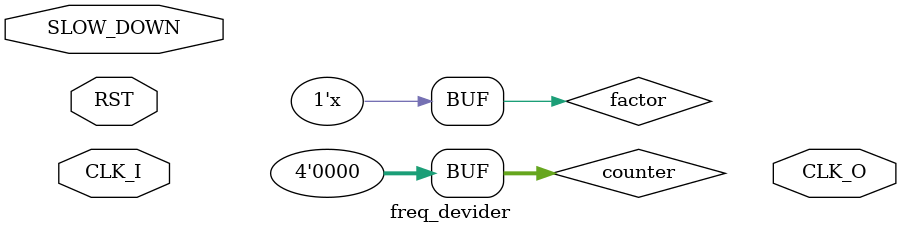
<source format=v>
module freq_devider(
    input SLOW_DOWN,
    input CLK_I,
    input RST,
    output CLK_O
);
    reg [3:0] FACTOR;
    reg [3:0] counter;
    
    initial begin
        factor = 4'h1;
        counter = 4'h0;
    end

    always @(DEVIDED_FACTOR)begin
        factor = factor + 4'h1;
        counter = 4'h0;
    end
    
    always @(posedge CLK) begin
        if(counter != factor ) 
            counter = counter + 4'h1;
        else
            computer = 4'h0;
    end
endmodule
</source>
